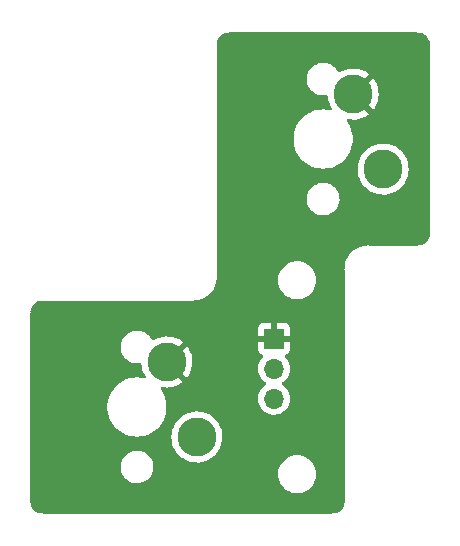
<source format=gbr>
%TF.GenerationSoftware,KiCad,Pcbnew,(6.0.7)*%
%TF.CreationDate,2023-01-05T19:36:13-06:00*%
%TF.ProjectId,OpenRectangle,4f70656e-5265-4637-9461-6e676c652e6b,rev?*%
%TF.SameCoordinates,Original*%
%TF.FileFunction,Copper,L1,Top*%
%TF.FilePolarity,Positive*%
%FSLAX46Y46*%
G04 Gerber Fmt 4.6, Leading zero omitted, Abs format (unit mm)*
G04 Created by KiCad (PCBNEW (6.0.7)) date 2023-01-05 19:36:13*
%MOMM*%
%LPD*%
G01*
G04 APERTURE LIST*
%TA.AperFunction,ComponentPad*%
%ADD10R,1.700000X1.700000*%
%TD*%
%TA.AperFunction,ComponentPad*%
%ADD11O,1.700000X1.700000*%
%TD*%
%TA.AperFunction,ComponentPad*%
%ADD12C,3.300000*%
%TD*%
G04 APERTURE END LIST*
D10*
%TO.P,J3,1,Pin_1*%
%TO.N,GND*%
X270847609Y-107917148D03*
D11*
%TO.P,J3,2,Pin_2*%
%TO.N,M1*%
X270847609Y-110457148D03*
%TO.P,J3,3,Pin_3*%
%TO.N,M2*%
X270847609Y-112997148D03*
%TD*%
D12*
%TO.P,SW15,1,1*%
%TO.N,GND*%
X261780743Y-109895648D03*
%TO.P,SW15,2,2*%
%TO.N,M2*%
X264320743Y-116245648D03*
%TD*%
%TO.P,SW14,1,1*%
%TO.N,GND*%
X277549743Y-87207648D03*
%TO.P,SW14,2,2*%
%TO.N,M1*%
X280089743Y-93557648D03*
%TD*%
%TA.AperFunction,Conductor*%
%TO.N,GND*%
G36*
X282999902Y-81999879D02*
G01*
X283014736Y-82002189D01*
X283014739Y-82002189D01*
X283023609Y-82003570D01*
X283036282Y-82001913D01*
X283063592Y-82001328D01*
X283192812Y-82012632D01*
X283214433Y-82016444D01*
X283361760Y-82055920D01*
X283382397Y-82063431D01*
X283520628Y-82127891D01*
X283539648Y-82138872D01*
X283664585Y-82226356D01*
X283681407Y-82240471D01*
X283789255Y-82348323D01*
X283803369Y-82365145D01*
X283890849Y-82490086D01*
X283901829Y-82509106D01*
X283966274Y-82647318D01*
X283966281Y-82647334D01*
X283973793Y-82667975D01*
X284013262Y-82815301D01*
X284017075Y-82836931D01*
X284027791Y-82959477D01*
X284027243Y-82975724D01*
X284027679Y-82975729D01*
X284027569Y-82984708D01*
X284026187Y-82993576D01*
X284027350Y-83002473D01*
X284027350Y-83002476D01*
X284030315Y-83025156D01*
X284031378Y-83041487D01*
X284031378Y-98985046D01*
X284029877Y-99004434D01*
X284027568Y-99019260D01*
X284027568Y-99019267D01*
X284026187Y-99028135D01*
X284027351Y-99037037D01*
X284027844Y-99040808D01*
X284028428Y-99068132D01*
X284017122Y-99197334D01*
X284013308Y-99218963D01*
X283973830Y-99366290D01*
X283966318Y-99386928D01*
X283901858Y-99525159D01*
X283890876Y-99544180D01*
X283803392Y-99669116D01*
X283789275Y-99685940D01*
X283681422Y-99793791D01*
X283664596Y-99807909D01*
X283539655Y-99895391D01*
X283520646Y-99906366D01*
X283382396Y-99970831D01*
X283361770Y-99978338D01*
X283214435Y-100017814D01*
X283192816Y-100021626D01*
X283070329Y-100032340D01*
X283054010Y-100031790D01*
X283054005Y-100032217D01*
X283045032Y-100032107D01*
X283036161Y-100030726D01*
X283027258Y-100031890D01*
X283027257Y-100031890D01*
X283004613Y-100034850D01*
X282988270Y-100035913D01*
X280228865Y-100035696D01*
X278891167Y-100035591D01*
X278870271Y-100033844D01*
X278850470Y-100030512D01*
X278845607Y-100030452D01*
X278845603Y-100030452D01*
X278844418Y-100030438D01*
X278837918Y-100030358D01*
X278833104Y-100031047D01*
X278833105Y-100031047D01*
X278831125Y-100031330D01*
X278821512Y-100032331D01*
X278577998Y-100048279D01*
X278577996Y-100048279D01*
X278573877Y-100048549D01*
X278487262Y-100065774D01*
X278318403Y-100099354D01*
X278318397Y-100099356D01*
X278314352Y-100100160D01*
X278242177Y-100124657D01*
X278067690Y-100183880D01*
X278067682Y-100183883D01*
X278063785Y-100185206D01*
X277946722Y-100242932D01*
X277830167Y-100300406D01*
X277830161Y-100300409D01*
X277826463Y-100302233D01*
X277606448Y-100449238D01*
X277407505Y-100623704D01*
X277233039Y-100822647D01*
X277086034Y-101042662D01*
X276969007Y-101279983D01*
X276883960Y-101530550D01*
X276832349Y-101790075D01*
X276832079Y-101794192D01*
X276832079Y-101794195D01*
X276817296Y-102019929D01*
X276815820Y-102032592D01*
X276814311Y-102041565D01*
X276814159Y-102054117D01*
X276814850Y-102058938D01*
X276818114Y-102081721D01*
X276819388Y-102099591D01*
X276819275Y-109994299D01*
X276819109Y-121675072D01*
X276817610Y-121694448D01*
X276813918Y-121718169D01*
X276815083Y-121727070D01*
X276815558Y-121730701D01*
X276816133Y-121758133D01*
X276804601Y-121888668D01*
X276800710Y-121910513D01*
X276760530Y-122058896D01*
X276752867Y-122079720D01*
X276687280Y-122218755D01*
X276676082Y-122237912D01*
X276587128Y-122363276D01*
X276572744Y-122380172D01*
X276463164Y-122488002D01*
X276446039Y-122502112D01*
X276343286Y-122572562D01*
X276327659Y-122583277D01*
X276319256Y-122589038D01*
X276299923Y-122599925D01*
X276159848Y-122663266D01*
X276138918Y-122670589D01*
X275989892Y-122708379D01*
X275967993Y-122711916D01*
X275916985Y-122715596D01*
X275843947Y-122720865D01*
X275827745Y-122720065D01*
X275827732Y-122720524D01*
X275818756Y-122720270D01*
X275809913Y-122718746D01*
X275773129Y-122722953D01*
X275758812Y-122723769D01*
X251277087Y-122723769D01*
X251257704Y-122722269D01*
X251233996Y-122718578D01*
X251225089Y-122719743D01*
X251221323Y-122720235D01*
X251194004Y-122720820D01*
X251064790Y-122709517D01*
X251043161Y-122705703D01*
X250895837Y-122666230D01*
X250875197Y-122658718D01*
X250736960Y-122594259D01*
X250717946Y-122583281D01*
X250592993Y-122495789D01*
X250576175Y-122481676D01*
X250468324Y-122373825D01*
X250454211Y-122357007D01*
X250366719Y-122232054D01*
X250355741Y-122213040D01*
X250291282Y-122074803D01*
X250283770Y-122054163D01*
X250244297Y-121906839D01*
X250240483Y-121885210D01*
X250229783Y-121762888D01*
X250230338Y-121746406D01*
X250229931Y-121746401D01*
X250230041Y-121737427D01*
X250231422Y-121728556D01*
X250227293Y-121696977D01*
X250226230Y-121680642D01*
X250226208Y-118720241D01*
X257853782Y-118720241D01*
X257862591Y-118954864D01*
X257863686Y-118960082D01*
X257888537Y-119078519D01*
X257910805Y-119184649D01*
X257997045Y-119403025D01*
X258118847Y-119603748D01*
X258272728Y-119781080D01*
X258276860Y-119784468D01*
X258450159Y-119926565D01*
X258450165Y-119926569D01*
X258454287Y-119929949D01*
X258458923Y-119932588D01*
X258458926Y-119932590D01*
X258570151Y-119995903D01*
X258658333Y-120046099D01*
X258879032Y-120126209D01*
X258884281Y-120127158D01*
X258884284Y-120127159D01*
X258965358Y-120141819D01*
X259110073Y-120167988D01*
X259114212Y-120168183D01*
X259114219Y-120168184D01*
X259133183Y-120169078D01*
X259133192Y-120169078D01*
X259134672Y-120169148D01*
X259299693Y-120169148D01*
X259381042Y-120162245D01*
X259469380Y-120154750D01*
X259469384Y-120154749D01*
X259474691Y-120154299D01*
X259479846Y-120152961D01*
X259479852Y-120152960D01*
X259696778Y-120096657D01*
X259696777Y-120096657D01*
X259701949Y-120095315D01*
X259706815Y-120093123D01*
X259706818Y-120093122D01*
X259911160Y-120001072D01*
X259911163Y-120001071D01*
X259916021Y-119998882D01*
X260110784Y-119867760D01*
X260280670Y-119705697D01*
X260420821Y-119517327D01*
X260481462Y-119398056D01*
X260484466Y-119392148D01*
X271194135Y-119392148D01*
X271214000Y-119644551D01*
X271215154Y-119649358D01*
X271215155Y-119649364D01*
X271229563Y-119709376D01*
X271273104Y-119890739D01*
X271274997Y-119895310D01*
X271274998Y-119895312D01*
X271356934Y-120093122D01*
X271369993Y-120124650D01*
X271502281Y-120340524D01*
X271666711Y-120533046D01*
X271859233Y-120697476D01*
X272075107Y-120829764D01*
X272079677Y-120831657D01*
X272079681Y-120831659D01*
X272304445Y-120924759D01*
X272309018Y-120926653D01*
X272393641Y-120946969D01*
X272550393Y-120984602D01*
X272550399Y-120984603D01*
X272555206Y-120985757D01*
X272655025Y-120993613D01*
X272741954Y-121000455D01*
X272741961Y-121000455D01*
X272744410Y-121000648D01*
X272870808Y-121000648D01*
X272873257Y-121000455D01*
X272873264Y-121000455D01*
X272960193Y-120993613D01*
X273060012Y-120985757D01*
X273064819Y-120984603D01*
X273064825Y-120984602D01*
X273221577Y-120946969D01*
X273306200Y-120926653D01*
X273310773Y-120924759D01*
X273535537Y-120831659D01*
X273535541Y-120831657D01*
X273540111Y-120829764D01*
X273755985Y-120697476D01*
X273948507Y-120533046D01*
X274112937Y-120340524D01*
X274245225Y-120124650D01*
X274258285Y-120093122D01*
X274340220Y-119895312D01*
X274340221Y-119895310D01*
X274342114Y-119890739D01*
X274385655Y-119709376D01*
X274400063Y-119649364D01*
X274400064Y-119649358D01*
X274401218Y-119644551D01*
X274421083Y-119392148D01*
X274401218Y-119139745D01*
X274342114Y-118893557D01*
X274340220Y-118888984D01*
X274247120Y-118664220D01*
X274247118Y-118664216D01*
X274245225Y-118659646D01*
X274112937Y-118443772D01*
X273948507Y-118251250D01*
X273755985Y-118086820D01*
X273540111Y-117954532D01*
X273535541Y-117952639D01*
X273535537Y-117952637D01*
X273310773Y-117859537D01*
X273310771Y-117859536D01*
X273306200Y-117857643D01*
X273221577Y-117837327D01*
X273064825Y-117799694D01*
X273064819Y-117799693D01*
X273060012Y-117798539D01*
X272954261Y-117790216D01*
X272873264Y-117783841D01*
X272873257Y-117783841D01*
X272870808Y-117783648D01*
X272744410Y-117783648D01*
X272741961Y-117783841D01*
X272741954Y-117783841D01*
X272660957Y-117790216D01*
X272555206Y-117798539D01*
X272550399Y-117799693D01*
X272550393Y-117799694D01*
X272393641Y-117837327D01*
X272309018Y-117857643D01*
X272304447Y-117859536D01*
X272304445Y-117859537D01*
X272079681Y-117952637D01*
X272079677Y-117952639D01*
X272075107Y-117954532D01*
X271859233Y-118086820D01*
X271666711Y-118251250D01*
X271502281Y-118443772D01*
X271369993Y-118659646D01*
X271368100Y-118664216D01*
X271368098Y-118664220D01*
X271274998Y-118888984D01*
X271273104Y-118893557D01*
X271214000Y-119139745D01*
X271194135Y-119392148D01*
X260484466Y-119392148D01*
X260524812Y-119312792D01*
X260524812Y-119312791D01*
X260527230Y-119308036D01*
X260596854Y-119083808D01*
X260613945Y-118954864D01*
X260627004Y-118856338D01*
X260627004Y-118856335D01*
X260627704Y-118851055D01*
X260618895Y-118616432D01*
X260601101Y-118531626D01*
X260571778Y-118391874D01*
X260571777Y-118391871D01*
X260570681Y-118386647D01*
X260484441Y-118168271D01*
X260412482Y-118049687D01*
X260365407Y-117972109D01*
X260365405Y-117972106D01*
X260362639Y-117967548D01*
X260208758Y-117790216D01*
X260198681Y-117781954D01*
X260031327Y-117644731D01*
X260031321Y-117644727D01*
X260027199Y-117641347D01*
X260022563Y-117638708D01*
X260022560Y-117638706D01*
X259827796Y-117527840D01*
X259823153Y-117525197D01*
X259602454Y-117445087D01*
X259597205Y-117444138D01*
X259597202Y-117444137D01*
X259516128Y-117429477D01*
X259371413Y-117403308D01*
X259367274Y-117403113D01*
X259367267Y-117403112D01*
X259348303Y-117402218D01*
X259348294Y-117402218D01*
X259346814Y-117402148D01*
X259181793Y-117402148D01*
X259108254Y-117408388D01*
X259012106Y-117416546D01*
X259012102Y-117416547D01*
X259006795Y-117416997D01*
X259001640Y-117418335D01*
X259001634Y-117418336D01*
X258823920Y-117464462D01*
X258779537Y-117475981D01*
X258774671Y-117478173D01*
X258774668Y-117478174D01*
X258570326Y-117570224D01*
X258570323Y-117570225D01*
X258565465Y-117572414D01*
X258370702Y-117703536D01*
X258200816Y-117865599D01*
X258060665Y-118053969D01*
X258058249Y-118058720D01*
X258058247Y-118058724D01*
X257956674Y-118258504D01*
X257954256Y-118263260D01*
X257884632Y-118487488D01*
X257883931Y-118492777D01*
X257861814Y-118659646D01*
X257853782Y-118720241D01*
X250226208Y-118720241D01*
X250226189Y-116222992D01*
X262157318Y-116222992D01*
X262174259Y-116516812D01*
X262175084Y-116521019D01*
X262175085Y-116521024D01*
X262201893Y-116657662D01*
X262230920Y-116805614D01*
X262326252Y-117084055D01*
X262458490Y-117346982D01*
X262460916Y-117350511D01*
X262460919Y-117350517D01*
X262548656Y-117478174D01*
X262625188Y-117589529D01*
X262823261Y-117807208D01*
X262826550Y-117809958D01*
X263045752Y-117993240D01*
X263045757Y-117993244D01*
X263049044Y-117995992D01*
X263114794Y-118037237D01*
X263294719Y-118150104D01*
X263294723Y-118150106D01*
X263298359Y-118152387D01*
X263371036Y-118185202D01*
X263562680Y-118271733D01*
X263562684Y-118271735D01*
X263566592Y-118273499D01*
X263570711Y-118274719D01*
X263844667Y-118355869D01*
X263844672Y-118355870D01*
X263848780Y-118357087D01*
X263853014Y-118357735D01*
X263853019Y-118357736D01*
X264135460Y-118400955D01*
X264135462Y-118400955D01*
X264139702Y-118401604D01*
X264289515Y-118403958D01*
X264429683Y-118406160D01*
X264429689Y-118406160D01*
X264433974Y-118406227D01*
X264726151Y-118370870D01*
X265010825Y-118296187D01*
X265282731Y-118183560D01*
X265536835Y-118035073D01*
X265768437Y-117853475D01*
X265816348Y-117804035D01*
X265970266Y-117645202D01*
X265973249Y-117642124D01*
X266147484Y-117404933D01*
X266287915Y-117146290D01*
X266391946Y-116870981D01*
X266457650Y-116584101D01*
X266463280Y-116521024D01*
X266483592Y-116293424D01*
X266483592Y-116293422D01*
X266483812Y-116290958D01*
X266484287Y-116245648D01*
X266482743Y-116222992D01*
X266464562Y-115956298D01*
X266464561Y-115956292D01*
X266464270Y-115952021D01*
X266404588Y-115663828D01*
X266306346Y-115386401D01*
X266171361Y-115124874D01*
X266155332Y-115102066D01*
X266004599Y-114887596D01*
X266004598Y-114887595D01*
X266002132Y-114884086D01*
X265801791Y-114668492D01*
X265779679Y-114650393D01*
X265577361Y-114484799D01*
X265574043Y-114482083D01*
X265323104Y-114328308D01*
X265304449Y-114320119D01*
X265057545Y-114211735D01*
X265057541Y-114211734D01*
X265053617Y-114210011D01*
X264770569Y-114129383D01*
X264766327Y-114128779D01*
X264766321Y-114128778D01*
X264483448Y-114088519D01*
X264479197Y-114087914D01*
X264324049Y-114087102D01*
X264189179Y-114086395D01*
X264189173Y-114086395D01*
X264184893Y-114086373D01*
X264180649Y-114086932D01*
X264180645Y-114086932D01*
X264052084Y-114103858D01*
X263893103Y-114124788D01*
X263888963Y-114125921D01*
X263888961Y-114125921D01*
X263693793Y-114179313D01*
X263609226Y-114202448D01*
X263605276Y-114204133D01*
X263342457Y-114316234D01*
X263342450Y-114316238D01*
X263338515Y-114317916D01*
X263186129Y-114409117D01*
X263089661Y-114466852D01*
X263089657Y-114466855D01*
X263085979Y-114469056D01*
X262856292Y-114653070D01*
X262853348Y-114656172D01*
X262853344Y-114656176D01*
X262656654Y-114863444D01*
X262653704Y-114866553D01*
X262481963Y-115105556D01*
X262344247Y-115365655D01*
X262243105Y-115642038D01*
X262180409Y-115929591D01*
X262157318Y-116222992D01*
X250226189Y-116222992D01*
X250226172Y-113863086D01*
X256738343Y-113863086D01*
X256777807Y-114175478D01*
X256810891Y-114304333D01*
X256853185Y-114469056D01*
X256856113Y-114480461D01*
X256857566Y-114484130D01*
X256857566Y-114484131D01*
X256880139Y-114541144D01*
X256972027Y-114773225D01*
X256973929Y-114776684D01*
X256973930Y-114776687D01*
X257031247Y-114880945D01*
X257123719Y-115049152D01*
X257308798Y-115303892D01*
X257524345Y-115533426D01*
X257766961Y-115734135D01*
X258032819Y-115902854D01*
X258036398Y-115904538D01*
X258036405Y-115904542D01*
X258314137Y-116035232D01*
X258314141Y-116035234D01*
X258317727Y-116036921D01*
X258617191Y-116134223D01*
X258926489Y-116193225D01*
X259020043Y-116199111D01*
X259160101Y-116207923D01*
X259160117Y-116207924D01*
X259162096Y-116208048D01*
X259319390Y-116208048D01*
X259321369Y-116207924D01*
X259321385Y-116207923D01*
X259461443Y-116199111D01*
X259554997Y-116193225D01*
X259864295Y-116134223D01*
X260163759Y-116036921D01*
X260167345Y-116035234D01*
X260167349Y-116035232D01*
X260445081Y-115904542D01*
X260445088Y-115904538D01*
X260448667Y-115902854D01*
X260714525Y-115734135D01*
X260957141Y-115533426D01*
X261172688Y-115303892D01*
X261357767Y-115049152D01*
X261450240Y-114880945D01*
X261507556Y-114776687D01*
X261507557Y-114776684D01*
X261509459Y-114773225D01*
X261601347Y-114541144D01*
X261623920Y-114484131D01*
X261623920Y-114484130D01*
X261625373Y-114480461D01*
X261628302Y-114469056D01*
X261670595Y-114304333D01*
X261703679Y-114175478D01*
X261743143Y-113863086D01*
X261743143Y-113548210D01*
X261703679Y-113235818D01*
X261633848Y-112963843D01*
X269484860Y-112963843D01*
X269485157Y-112968996D01*
X269485157Y-112968999D01*
X269490620Y-113063738D01*
X269497719Y-113186863D01*
X269498856Y-113191909D01*
X269498857Y-113191915D01*
X269518728Y-113280087D01*
X269546831Y-113404787D01*
X269630875Y-113611764D01*
X269747596Y-113802236D01*
X269893859Y-113971086D01*
X270065735Y-114113780D01*
X270258609Y-114226486D01*
X270467301Y-114306178D01*
X270472369Y-114307209D01*
X270472372Y-114307210D01*
X270567579Y-114326580D01*
X270686206Y-114350715D01*
X270691381Y-114350905D01*
X270691383Y-114350905D01*
X270904282Y-114358712D01*
X270904286Y-114358712D01*
X270909446Y-114358901D01*
X270914566Y-114358245D01*
X270914568Y-114358245D01*
X271125897Y-114331173D01*
X271125898Y-114331173D01*
X271131025Y-114330516D01*
X271138385Y-114328308D01*
X271340038Y-114267809D01*
X271340043Y-114267807D01*
X271344993Y-114266322D01*
X271545603Y-114168044D01*
X271727469Y-114038321D01*
X271885705Y-113880637D01*
X271901162Y-113859127D01*
X272013044Y-113703425D01*
X272016062Y-113699225D01*
X272115039Y-113498959D01*
X272179979Y-113285217D01*
X272209138Y-113063738D01*
X272210765Y-112997148D01*
X272192461Y-112774509D01*
X272138040Y-112557850D01*
X272048963Y-112352988D01*
X272009515Y-112292010D01*
X271930431Y-112169765D01*
X271930429Y-112169762D01*
X271927623Y-112165425D01*
X271777279Y-112000199D01*
X271773228Y-111997000D01*
X271773224Y-111996996D01*
X271606023Y-111864948D01*
X271606019Y-111864946D01*
X271601968Y-111861746D01*
X271560662Y-111838944D01*
X271510693Y-111788512D01*
X271495921Y-111719069D01*
X271521037Y-111652664D01*
X271548389Y-111626057D01*
X271615328Y-111578310D01*
X271727469Y-111498321D01*
X271885705Y-111340637D01*
X271930499Y-111278300D01*
X272013044Y-111163425D01*
X272016062Y-111159225D01*
X272066030Y-111058123D01*
X272112745Y-110963601D01*
X272112746Y-110963599D01*
X272115039Y-110958959D01*
X272179979Y-110745217D01*
X272209138Y-110523738D01*
X272210765Y-110457148D01*
X272192461Y-110234509D01*
X272138040Y-110017850D01*
X272048963Y-109812988D01*
X271927623Y-109625425D01*
X271924149Y-109621607D01*
X271924142Y-109621598D01*
X271780044Y-109463236D01*
X271748992Y-109399390D01*
X271757388Y-109328892D01*
X271802565Y-109274124D01*
X271829009Y-109260455D01*
X271935661Y-109220473D01*
X271951258Y-109211934D01*
X272053333Y-109135433D01*
X272065894Y-109122872D01*
X272142395Y-109020797D01*
X272150933Y-109005202D01*
X272196087Y-108884754D01*
X272199714Y-108869499D01*
X272205240Y-108818634D01*
X272205609Y-108811820D01*
X272205609Y-108189263D01*
X272201134Y-108174024D01*
X272199744Y-108172819D01*
X272192061Y-108171148D01*
X269507725Y-108171148D01*
X269492486Y-108175623D01*
X269491281Y-108177013D01*
X269489610Y-108184696D01*
X269489610Y-108811817D01*
X269489980Y-108818638D01*
X269495504Y-108869500D01*
X269499130Y-108884752D01*
X269544285Y-109005202D01*
X269552823Y-109020797D01*
X269629324Y-109122872D01*
X269641885Y-109135433D01*
X269743960Y-109211934D01*
X269759555Y-109220472D01*
X269868436Y-109261290D01*
X269925200Y-109303932D01*
X269949900Y-109370493D01*
X269934692Y-109439842D01*
X269915300Y-109466323D01*
X269839449Y-109545697D01*
X269788238Y-109599286D01*
X269662352Y-109783828D01*
X269568297Y-109986453D01*
X269508598Y-110201718D01*
X269484860Y-110423843D01*
X269485157Y-110428996D01*
X269485157Y-110428999D01*
X269490620Y-110523738D01*
X269497719Y-110646863D01*
X269498856Y-110651909D01*
X269498857Y-110651915D01*
X269516411Y-110729805D01*
X269546831Y-110864787D01*
X269630875Y-111071764D01*
X269633574Y-111076168D01*
X269721390Y-111219471D01*
X269747596Y-111262236D01*
X269893859Y-111431086D01*
X270065735Y-111573780D01*
X270113670Y-111601791D01*
X270139054Y-111616624D01*
X270187778Y-111668262D01*
X270200849Y-111738045D01*
X270174118Y-111803817D01*
X270133664Y-111837175D01*
X270121216Y-111843655D01*
X270117083Y-111846758D01*
X270117080Y-111846760D01*
X269946709Y-111974678D01*
X269942574Y-111977783D01*
X269788238Y-112139286D01*
X269662352Y-112323828D01*
X269568297Y-112526453D01*
X269508598Y-112741718D01*
X269484860Y-112963843D01*
X261633848Y-112963843D01*
X261625373Y-112930835D01*
X261509459Y-112638071D01*
X261448097Y-112526453D01*
X261359676Y-112365616D01*
X261359674Y-112365613D01*
X261357767Y-112362144D01*
X261250732Y-112214823D01*
X261226875Y-112147957D01*
X261242955Y-112078806D01*
X261293869Y-112029326D01*
X261363451Y-112015226D01*
X261371728Y-112016214D01*
X261595502Y-112050456D01*
X261604036Y-112051172D01*
X261889657Y-112055660D01*
X261898208Y-112055211D01*
X262181799Y-112020893D01*
X262190200Y-112019291D01*
X262466523Y-111946799D01*
X262474625Y-111944072D01*
X262738548Y-111834751D01*
X262746210Y-111830948D01*
X262992846Y-111686825D01*
X262999933Y-111682009D01*
X263102240Y-111601791D01*
X263110711Y-111589931D01*
X263104195Y-111578310D01*
X261510628Y-109984743D01*
X261476602Y-109922431D01*
X261478437Y-109896780D01*
X262145151Y-109896780D01*
X262145282Y-109898613D01*
X262149533Y-109905228D01*
X263463776Y-111219471D01*
X263475985Y-111226138D01*
X263487485Y-111217448D01*
X263604520Y-111058123D01*
X263609107Y-111050895D01*
X263745410Y-110799857D01*
X263748978Y-110792063D01*
X263849948Y-110524854D01*
X263852425Y-110516648D01*
X263916197Y-110238206D01*
X263917537Y-110229745D01*
X263943092Y-109943412D01*
X263943338Y-109938473D01*
X263943760Y-109898133D01*
X263943617Y-109893167D01*
X263924065Y-109606366D01*
X263922904Y-109597892D01*
X263864974Y-109318160D01*
X263862675Y-109309925D01*
X263767317Y-109040641D01*
X263763920Y-109032791D01*
X263632898Y-108778940D01*
X263628470Y-108771628D01*
X263488444Y-108572394D01*
X263477923Y-108564014D01*
X263464535Y-108571066D01*
X262152765Y-109882836D01*
X262145151Y-109896780D01*
X261478437Y-109896780D01*
X261481667Y-109851616D01*
X261510628Y-109806553D01*
X263103942Y-108213239D01*
X263111133Y-108200070D01*
X263103811Y-108189833D01*
X263037071Y-108135208D01*
X263030099Y-108130253D01*
X262786534Y-107980996D01*
X262778936Y-107977024D01*
X262517376Y-107862206D01*
X262509322Y-107859307D01*
X262234595Y-107781050D01*
X262226217Y-107779268D01*
X261943411Y-107739019D01*
X261934864Y-107738392D01*
X261649210Y-107736895D01*
X261640676Y-107737432D01*
X261357458Y-107774719D01*
X261349060Y-107776412D01*
X261073529Y-107851789D01*
X261065442Y-107854605D01*
X260802695Y-107966677D01*
X260795055Y-107970570D01*
X260657728Y-108052758D01*
X260589004Y-108070578D01*
X260521556Y-108048414D01*
X260485960Y-108007349D01*
X260484441Y-108008271D01*
X260365407Y-107812109D01*
X260365405Y-107812106D01*
X260362639Y-107807548D01*
X260221616Y-107645033D01*
X269489609Y-107645033D01*
X269494084Y-107660272D01*
X269495474Y-107661477D01*
X269503157Y-107663148D01*
X270575494Y-107663148D01*
X270590733Y-107658673D01*
X270591938Y-107657283D01*
X270593609Y-107649600D01*
X270593609Y-107645033D01*
X271101609Y-107645033D01*
X271106084Y-107660272D01*
X271107474Y-107661477D01*
X271115157Y-107663148D01*
X272187493Y-107663148D01*
X272202732Y-107658673D01*
X272203937Y-107657283D01*
X272205608Y-107649600D01*
X272205608Y-107022479D01*
X272205238Y-107015658D01*
X272199714Y-106964796D01*
X272196088Y-106949544D01*
X272150933Y-106829094D01*
X272142395Y-106813499D01*
X272065894Y-106711424D01*
X272053333Y-106698863D01*
X271951258Y-106622362D01*
X271935663Y-106613824D01*
X271815215Y-106568670D01*
X271799960Y-106565043D01*
X271749095Y-106559517D01*
X271742281Y-106559148D01*
X271119724Y-106559148D01*
X271104485Y-106563623D01*
X271103280Y-106565013D01*
X271101609Y-106572696D01*
X271101609Y-107645033D01*
X270593609Y-107645033D01*
X270593609Y-106577264D01*
X270589134Y-106562025D01*
X270587744Y-106560820D01*
X270580061Y-106559149D01*
X269952940Y-106559149D01*
X269946119Y-106559519D01*
X269895257Y-106565043D01*
X269880005Y-106568669D01*
X269759555Y-106613824D01*
X269743960Y-106622362D01*
X269641885Y-106698863D01*
X269629324Y-106711424D01*
X269552823Y-106813499D01*
X269544285Y-106829094D01*
X269499131Y-106949542D01*
X269495504Y-106964797D01*
X269489978Y-107015662D01*
X269489609Y-107022476D01*
X269489609Y-107645033D01*
X260221616Y-107645033D01*
X260208758Y-107630216D01*
X260198681Y-107621954D01*
X260031327Y-107484731D01*
X260031321Y-107484727D01*
X260027199Y-107481347D01*
X260022563Y-107478708D01*
X260022560Y-107478706D01*
X259827796Y-107367840D01*
X259823153Y-107365197D01*
X259602454Y-107285087D01*
X259597205Y-107284138D01*
X259597202Y-107284137D01*
X259516128Y-107269477D01*
X259371413Y-107243308D01*
X259367274Y-107243113D01*
X259367267Y-107243112D01*
X259348303Y-107242218D01*
X259348294Y-107242218D01*
X259346814Y-107242148D01*
X259181793Y-107242148D01*
X259100444Y-107249051D01*
X259012106Y-107256546D01*
X259012102Y-107256547D01*
X259006795Y-107256997D01*
X259001640Y-107258335D01*
X259001634Y-107258336D01*
X258823920Y-107304462D01*
X258779537Y-107315981D01*
X258774671Y-107318173D01*
X258774668Y-107318174D01*
X258570326Y-107410224D01*
X258570323Y-107410225D01*
X258565465Y-107412414D01*
X258370702Y-107543536D01*
X258200816Y-107705599D01*
X258060665Y-107893969D01*
X258058249Y-107898720D01*
X258058247Y-107898724D01*
X257970872Y-108070578D01*
X257954256Y-108103260D01*
X257884632Y-108327488D01*
X257853782Y-108560241D01*
X257862591Y-108794864D01*
X257867579Y-108818638D01*
X257906725Y-109005202D01*
X257910805Y-109024649D01*
X257997045Y-109243025D01*
X257999814Y-109247588D01*
X258049151Y-109328892D01*
X258118847Y-109443748D01*
X258272728Y-109621080D01*
X258276860Y-109624468D01*
X258450159Y-109766565D01*
X258450165Y-109766569D01*
X258454287Y-109769949D01*
X258458923Y-109772588D01*
X258458926Y-109772590D01*
X258538240Y-109817738D01*
X258658333Y-109886099D01*
X258879032Y-109966209D01*
X258884281Y-109967158D01*
X258884284Y-109967159D01*
X258965019Y-109981758D01*
X259110073Y-110007988D01*
X259114212Y-110008183D01*
X259114219Y-110008184D01*
X259133183Y-110009078D01*
X259133192Y-110009078D01*
X259134672Y-110009148D01*
X259299693Y-110009148D01*
X259381042Y-110002245D01*
X259469380Y-109994750D01*
X259469384Y-109994749D01*
X259474691Y-109994299D01*
X259479850Y-109992960D01*
X259484412Y-109992180D01*
X259554929Y-110000417D01*
X259609798Y-110045472D01*
X259631434Y-110109126D01*
X259634509Y-110162461D01*
X259635582Y-110170961D01*
X259690580Y-110451284D01*
X259692791Y-110459536D01*
X259785324Y-110729805D01*
X259788639Y-110737690D01*
X259916994Y-110992895D01*
X259921350Y-111000261D01*
X259975334Y-111078807D01*
X259997434Y-111146276D01*
X259979549Y-111214983D01*
X259927357Y-111263113D01*
X259857429Y-111275387D01*
X259847884Y-111273942D01*
X259558897Y-111218815D01*
X259554997Y-111218071D01*
X259461443Y-111212185D01*
X259321385Y-111203373D01*
X259321369Y-111203372D01*
X259319390Y-111203248D01*
X259162096Y-111203248D01*
X259160117Y-111203372D01*
X259160101Y-111203373D01*
X259020043Y-111212185D01*
X258926489Y-111218071D01*
X258617191Y-111277073D01*
X258317727Y-111374375D01*
X258314141Y-111376062D01*
X258314137Y-111376064D01*
X258036405Y-111506754D01*
X258036398Y-111506758D01*
X258032819Y-111508442D01*
X257766961Y-111677161D01*
X257524345Y-111877870D01*
X257308798Y-112107404D01*
X257306471Y-112110606D01*
X257306470Y-112110608D01*
X257269419Y-112161605D01*
X257123719Y-112362144D01*
X257121812Y-112365613D01*
X257121810Y-112365616D01*
X257033389Y-112526453D01*
X256972027Y-112638071D01*
X256856113Y-112930835D01*
X256777807Y-113235818D01*
X256738343Y-113548210D01*
X256738343Y-113863086D01*
X250226172Y-113863086D01*
X250226158Y-112055211D01*
X250226110Y-105744093D01*
X250227611Y-105724701D01*
X250229918Y-105709889D01*
X250231300Y-105701017D01*
X250229643Y-105688339D01*
X250229060Y-105661025D01*
X250240372Y-105531809D01*
X250244187Y-105510181D01*
X250283670Y-105362852D01*
X250291182Y-105342215D01*
X250355647Y-105203979D01*
X250366628Y-105184960D01*
X250454118Y-105060015D01*
X250468234Y-105043192D01*
X250576090Y-104935335D01*
X250592914Y-104921218D01*
X250717858Y-104833729D01*
X250736866Y-104822754D01*
X250875121Y-104758279D01*
X250895751Y-104750771D01*
X251043080Y-104711288D01*
X251064708Y-104707473D01*
X251187025Y-104696765D01*
X251203512Y-104697317D01*
X251203517Y-104696912D01*
X251212491Y-104697021D01*
X251221364Y-104698402D01*
X251252905Y-104694276D01*
X251269246Y-104693211D01*
X256812272Y-104693289D01*
X263922127Y-104693388D01*
X263943023Y-104695133D01*
X263958035Y-104697658D01*
X263958039Y-104697658D01*
X263962835Y-104698465D01*
X263967699Y-104698524D01*
X263967700Y-104698524D01*
X263969216Y-104698542D01*
X263975387Y-104698617D01*
X263982444Y-104697606D01*
X263992066Y-104696602D01*
X264109764Y-104688883D01*
X264235298Y-104680651D01*
X264235303Y-104680650D01*
X264239410Y-104680381D01*
X264243448Y-104679578D01*
X264243453Y-104679577D01*
X264494861Y-104629561D01*
X264494868Y-104629559D01*
X264498915Y-104628754D01*
X264640620Y-104580648D01*
X264745559Y-104545023D01*
X264749462Y-104543698D01*
X264912472Y-104463308D01*
X264983064Y-104428495D01*
X264983068Y-104428493D01*
X264986764Y-104426670D01*
X265012066Y-104409764D01*
X265203333Y-104281961D01*
X265206762Y-104279670D01*
X265405693Y-104105214D01*
X265580152Y-103906287D01*
X265727155Y-103686291D01*
X265844187Y-103448990D01*
X265929246Y-103198445D01*
X265974270Y-102972148D01*
X271194135Y-102972148D01*
X271214000Y-103224551D01*
X271273104Y-103470739D01*
X271274997Y-103475310D01*
X271274998Y-103475312D01*
X271363593Y-103689198D01*
X271369993Y-103704650D01*
X271502281Y-103920524D01*
X271666711Y-104113046D01*
X271859233Y-104277476D01*
X272075107Y-104409764D01*
X272079677Y-104411657D01*
X272079681Y-104411659D01*
X272304445Y-104504759D01*
X272309018Y-104506653D01*
X272393641Y-104526969D01*
X272550393Y-104564602D01*
X272550399Y-104564603D01*
X272555206Y-104565757D01*
X272655025Y-104573613D01*
X272741954Y-104580455D01*
X272741961Y-104580455D01*
X272744410Y-104580648D01*
X272870808Y-104580648D01*
X272873257Y-104580455D01*
X272873264Y-104580455D01*
X272960193Y-104573613D01*
X273060012Y-104565757D01*
X273064819Y-104564603D01*
X273064825Y-104564602D01*
X273221577Y-104526969D01*
X273306200Y-104506653D01*
X273310773Y-104504759D01*
X273535537Y-104411659D01*
X273535541Y-104411657D01*
X273540111Y-104409764D01*
X273755985Y-104277476D01*
X273948507Y-104113046D01*
X274112937Y-103920524D01*
X274245225Y-103704650D01*
X274251626Y-103689198D01*
X274340220Y-103475312D01*
X274340221Y-103475310D01*
X274342114Y-103470739D01*
X274401218Y-103224551D01*
X274421083Y-102972148D01*
X274401218Y-102719745D01*
X274397134Y-102702731D01*
X274343269Y-102478369D01*
X274342114Y-102473557D01*
X274245225Y-102239646D01*
X274112937Y-102023772D01*
X273948507Y-101831250D01*
X273755985Y-101666820D01*
X273540111Y-101534532D01*
X273535541Y-101532639D01*
X273535537Y-101532637D01*
X273310773Y-101439537D01*
X273310771Y-101439536D01*
X273306200Y-101437643D01*
X273192345Y-101410309D01*
X273064825Y-101379694D01*
X273064819Y-101379693D01*
X273060012Y-101378539D01*
X272960193Y-101370683D01*
X272873264Y-101363841D01*
X272873257Y-101363841D01*
X272870808Y-101363648D01*
X272744410Y-101363648D01*
X272741961Y-101363841D01*
X272741954Y-101363841D01*
X272655025Y-101370683D01*
X272555206Y-101378539D01*
X272550399Y-101379693D01*
X272550393Y-101379694D01*
X272422873Y-101410309D01*
X272309018Y-101437643D01*
X272304447Y-101439536D01*
X272304445Y-101439537D01*
X272079681Y-101532637D01*
X272079677Y-101532639D01*
X272075107Y-101534532D01*
X271859233Y-101666820D01*
X271666711Y-101831250D01*
X271502281Y-102023772D01*
X271369993Y-102239646D01*
X271273104Y-102473557D01*
X271271949Y-102478369D01*
X271218085Y-102702731D01*
X271214000Y-102719745D01*
X271194135Y-102972148D01*
X265974270Y-102972148D01*
X265980877Y-102938941D01*
X265986793Y-102848766D01*
X265995955Y-102709094D01*
X265997431Y-102696439D01*
X265998133Y-102692265D01*
X265998940Y-102687470D01*
X265999094Y-102674918D01*
X265998406Y-102670112D01*
X265998405Y-102670096D01*
X265995137Y-102647269D01*
X265993865Y-102629414D01*
X265993856Y-96032241D01*
X273622782Y-96032241D01*
X273631591Y-96266864D01*
X273632686Y-96272082D01*
X273657537Y-96390519D01*
X273679805Y-96496649D01*
X273766045Y-96715025D01*
X273887847Y-96915748D01*
X274041728Y-97093080D01*
X274045860Y-97096468D01*
X274219159Y-97238565D01*
X274219165Y-97238569D01*
X274223287Y-97241949D01*
X274227923Y-97244588D01*
X274227926Y-97244590D01*
X274339151Y-97307903D01*
X274427333Y-97358099D01*
X274648032Y-97438209D01*
X274653281Y-97439158D01*
X274653284Y-97439159D01*
X274734358Y-97453819D01*
X274879073Y-97479988D01*
X274883212Y-97480183D01*
X274883219Y-97480184D01*
X274902183Y-97481078D01*
X274902192Y-97481078D01*
X274903672Y-97481148D01*
X275068693Y-97481148D01*
X275150042Y-97474245D01*
X275238380Y-97466750D01*
X275238384Y-97466749D01*
X275243691Y-97466299D01*
X275248846Y-97464961D01*
X275248852Y-97464960D01*
X275465778Y-97408657D01*
X275465777Y-97408657D01*
X275470949Y-97407315D01*
X275475815Y-97405123D01*
X275475818Y-97405122D01*
X275680160Y-97313072D01*
X275680163Y-97313071D01*
X275685021Y-97310882D01*
X275879784Y-97179760D01*
X276049670Y-97017697D01*
X276189821Y-96829327D01*
X276250462Y-96710056D01*
X276293812Y-96624792D01*
X276293812Y-96624791D01*
X276296230Y-96620036D01*
X276365854Y-96395808D01*
X276382945Y-96266864D01*
X276396004Y-96168338D01*
X276396004Y-96168335D01*
X276396704Y-96163055D01*
X276387895Y-95928432D01*
X276370101Y-95843626D01*
X276340778Y-95703874D01*
X276340777Y-95703871D01*
X276339681Y-95698647D01*
X276253441Y-95480271D01*
X276181482Y-95361687D01*
X276134407Y-95284109D01*
X276134405Y-95284106D01*
X276131639Y-95279548D01*
X275977758Y-95102216D01*
X275967681Y-95093954D01*
X275800327Y-94956731D01*
X275800321Y-94956727D01*
X275796199Y-94953347D01*
X275791563Y-94950708D01*
X275791560Y-94950706D01*
X275596796Y-94839840D01*
X275592153Y-94837197D01*
X275371454Y-94757087D01*
X275366205Y-94756138D01*
X275366202Y-94756137D01*
X275285128Y-94741477D01*
X275140413Y-94715308D01*
X275136274Y-94715113D01*
X275136267Y-94715112D01*
X275117303Y-94714218D01*
X275117294Y-94714218D01*
X275115814Y-94714148D01*
X274950793Y-94714148D01*
X274877254Y-94720388D01*
X274781106Y-94728546D01*
X274781102Y-94728547D01*
X274775795Y-94728997D01*
X274770640Y-94730335D01*
X274770634Y-94730336D01*
X274592920Y-94776462D01*
X274548537Y-94787981D01*
X274543671Y-94790173D01*
X274543668Y-94790174D01*
X274339326Y-94882224D01*
X274339323Y-94882225D01*
X274334465Y-94884414D01*
X274139702Y-95015536D01*
X273969816Y-95177599D01*
X273829665Y-95365969D01*
X273827249Y-95370720D01*
X273827247Y-95370724D01*
X273762943Y-95497202D01*
X273723256Y-95575260D01*
X273653632Y-95799488D01*
X273652931Y-95804777D01*
X273635835Y-95933764D01*
X273622782Y-96032241D01*
X265993856Y-96032241D01*
X265993853Y-93534992D01*
X277926318Y-93534992D01*
X277943259Y-93828812D01*
X277944084Y-93833019D01*
X277944085Y-93833024D01*
X277970893Y-93969662D01*
X277999920Y-94117614D01*
X278095252Y-94396055D01*
X278227490Y-94658982D01*
X278229916Y-94662511D01*
X278229919Y-94662517D01*
X278317656Y-94790174D01*
X278394188Y-94901529D01*
X278592261Y-95119208D01*
X278595550Y-95121958D01*
X278814752Y-95305240D01*
X278814757Y-95305244D01*
X278818044Y-95307992D01*
X278883794Y-95349237D01*
X279063719Y-95462104D01*
X279063723Y-95462106D01*
X279067359Y-95464387D01*
X279140036Y-95497202D01*
X279331680Y-95583733D01*
X279331684Y-95583735D01*
X279335592Y-95585499D01*
X279339711Y-95586719D01*
X279613667Y-95667869D01*
X279613672Y-95667870D01*
X279617780Y-95669087D01*
X279622014Y-95669735D01*
X279622019Y-95669736D01*
X279904460Y-95712955D01*
X279904462Y-95712955D01*
X279908702Y-95713604D01*
X280058515Y-95715958D01*
X280198683Y-95718160D01*
X280198689Y-95718160D01*
X280202974Y-95718227D01*
X280495151Y-95682870D01*
X280779825Y-95608187D01*
X281051731Y-95495560D01*
X281305835Y-95347073D01*
X281537437Y-95165475D01*
X281585348Y-95116035D01*
X281739266Y-94957202D01*
X281742249Y-94954124D01*
X281916484Y-94716933D01*
X282056915Y-94458290D01*
X282160946Y-94182981D01*
X282226650Y-93896101D01*
X282232280Y-93833024D01*
X282252592Y-93605424D01*
X282252592Y-93605422D01*
X282252812Y-93602958D01*
X282253287Y-93557648D01*
X282251743Y-93534992D01*
X282233562Y-93268298D01*
X282233561Y-93268292D01*
X282233270Y-93264021D01*
X282173588Y-92975828D01*
X282075346Y-92698401D01*
X281940361Y-92436874D01*
X281924332Y-92414066D01*
X281773599Y-92199596D01*
X281773598Y-92199595D01*
X281771132Y-92196086D01*
X281570791Y-91980492D01*
X281548679Y-91962393D01*
X281346361Y-91796799D01*
X281343043Y-91794083D01*
X281092104Y-91640308D01*
X281073449Y-91632119D01*
X280826545Y-91523735D01*
X280826541Y-91523734D01*
X280822617Y-91522011D01*
X280539569Y-91441383D01*
X280535327Y-91440779D01*
X280535321Y-91440778D01*
X280252448Y-91400519D01*
X280248197Y-91399914D01*
X280093049Y-91399102D01*
X279958179Y-91398395D01*
X279958173Y-91398395D01*
X279953893Y-91398373D01*
X279949649Y-91398932D01*
X279949645Y-91398932D01*
X279821084Y-91415858D01*
X279662103Y-91436788D01*
X279657963Y-91437921D01*
X279657961Y-91437921D01*
X279462793Y-91491313D01*
X279378226Y-91514448D01*
X279374276Y-91516133D01*
X279111457Y-91628234D01*
X279111450Y-91628238D01*
X279107515Y-91629916D01*
X278955129Y-91721117D01*
X278858661Y-91778852D01*
X278858657Y-91778855D01*
X278854979Y-91781056D01*
X278625292Y-91965070D01*
X278622348Y-91968172D01*
X278622344Y-91968176D01*
X278425654Y-92175444D01*
X278422704Y-92178553D01*
X278250963Y-92417556D01*
X278113247Y-92677655D01*
X278012105Y-92954038D01*
X277949409Y-93241591D01*
X277926318Y-93534992D01*
X265993853Y-93534992D01*
X265993850Y-91175086D01*
X272507343Y-91175086D01*
X272546807Y-91487478D01*
X272625113Y-91792461D01*
X272626566Y-91796130D01*
X272626566Y-91796131D01*
X272649139Y-91853144D01*
X272741027Y-92085225D01*
X272742929Y-92088684D01*
X272742930Y-92088687D01*
X272800247Y-92192945D01*
X272892719Y-92361152D01*
X273077798Y-92615892D01*
X273293345Y-92845426D01*
X273535961Y-93046135D01*
X273801819Y-93214854D01*
X273805398Y-93216538D01*
X273805405Y-93216542D01*
X274083137Y-93347232D01*
X274083141Y-93347234D01*
X274086727Y-93348921D01*
X274386191Y-93446223D01*
X274695489Y-93505225D01*
X274789043Y-93511111D01*
X274929101Y-93519923D01*
X274929117Y-93519924D01*
X274931096Y-93520048D01*
X275088390Y-93520048D01*
X275090369Y-93519924D01*
X275090385Y-93519923D01*
X275230443Y-93511111D01*
X275323997Y-93505225D01*
X275633295Y-93446223D01*
X275932759Y-93348921D01*
X275936345Y-93347234D01*
X275936349Y-93347232D01*
X276214081Y-93216542D01*
X276214088Y-93216538D01*
X276217667Y-93214854D01*
X276483525Y-93046135D01*
X276726141Y-92845426D01*
X276941688Y-92615892D01*
X277126767Y-92361152D01*
X277219240Y-92192945D01*
X277276556Y-92088687D01*
X277276557Y-92088684D01*
X277278459Y-92085225D01*
X277370347Y-91853144D01*
X277392920Y-91796131D01*
X277392920Y-91796130D01*
X277394373Y-91792461D01*
X277472679Y-91487478D01*
X277512143Y-91175086D01*
X277512143Y-90860210D01*
X277472679Y-90547818D01*
X277394373Y-90242835D01*
X277278459Y-89950071D01*
X277126767Y-89674144D01*
X277019732Y-89526823D01*
X276995875Y-89459957D01*
X277011955Y-89390806D01*
X277062869Y-89341326D01*
X277132451Y-89327226D01*
X277140728Y-89328214D01*
X277364502Y-89362456D01*
X277373036Y-89363172D01*
X277658657Y-89367660D01*
X277667208Y-89367211D01*
X277950799Y-89332893D01*
X277959200Y-89331291D01*
X278235523Y-89258799D01*
X278243625Y-89256072D01*
X278507548Y-89146751D01*
X278515210Y-89142948D01*
X278761846Y-88998825D01*
X278768933Y-88994009D01*
X278871240Y-88913791D01*
X278879711Y-88901931D01*
X278873195Y-88890310D01*
X277279628Y-87296743D01*
X277245602Y-87234431D01*
X277247437Y-87208780D01*
X277914151Y-87208780D01*
X277914282Y-87210613D01*
X277918533Y-87217228D01*
X279232776Y-88531471D01*
X279244985Y-88538138D01*
X279256485Y-88529448D01*
X279373520Y-88370123D01*
X279378107Y-88362895D01*
X279514410Y-88111857D01*
X279517978Y-88104063D01*
X279618948Y-87836854D01*
X279621425Y-87828648D01*
X279685197Y-87550206D01*
X279686537Y-87541745D01*
X279712092Y-87255412D01*
X279712338Y-87250473D01*
X279712760Y-87210133D01*
X279712617Y-87205167D01*
X279693065Y-86918366D01*
X279691904Y-86909892D01*
X279633974Y-86630160D01*
X279631675Y-86621925D01*
X279536317Y-86352641D01*
X279532920Y-86344791D01*
X279401898Y-86090940D01*
X279397470Y-86083628D01*
X279257444Y-85884394D01*
X279246923Y-85876014D01*
X279233535Y-85883066D01*
X277921765Y-87194836D01*
X277914151Y-87208780D01*
X277247437Y-87208780D01*
X277250667Y-87163616D01*
X277279628Y-87118553D01*
X278872942Y-85525239D01*
X278880133Y-85512070D01*
X278872811Y-85501833D01*
X278806071Y-85447208D01*
X278799099Y-85442253D01*
X278555534Y-85292996D01*
X278547936Y-85289024D01*
X278286376Y-85174206D01*
X278278322Y-85171307D01*
X278003595Y-85093050D01*
X277995217Y-85091268D01*
X277712411Y-85051019D01*
X277703864Y-85050392D01*
X277418210Y-85048895D01*
X277409676Y-85049432D01*
X277126458Y-85086719D01*
X277118060Y-85088412D01*
X276842529Y-85163789D01*
X276834442Y-85166605D01*
X276571695Y-85278677D01*
X276564055Y-85282570D01*
X276426728Y-85364758D01*
X276358004Y-85382578D01*
X276290556Y-85360414D01*
X276254960Y-85319349D01*
X276253441Y-85320271D01*
X276134407Y-85124109D01*
X276134405Y-85124106D01*
X276131639Y-85119548D01*
X275977758Y-84942216D01*
X275967681Y-84933954D01*
X275800327Y-84796731D01*
X275800321Y-84796727D01*
X275796199Y-84793347D01*
X275791563Y-84790708D01*
X275791560Y-84790706D01*
X275596796Y-84679840D01*
X275592153Y-84677197D01*
X275371454Y-84597087D01*
X275366205Y-84596138D01*
X275366202Y-84596137D01*
X275285128Y-84581477D01*
X275140413Y-84555308D01*
X275136274Y-84555113D01*
X275136267Y-84555112D01*
X275117303Y-84554218D01*
X275117294Y-84554218D01*
X275115814Y-84554148D01*
X274950793Y-84554148D01*
X274869444Y-84561051D01*
X274781106Y-84568546D01*
X274781102Y-84568547D01*
X274775795Y-84568997D01*
X274770640Y-84570335D01*
X274770634Y-84570336D01*
X274592920Y-84616462D01*
X274548537Y-84627981D01*
X274543671Y-84630173D01*
X274543668Y-84630174D01*
X274339326Y-84722224D01*
X274339323Y-84722225D01*
X274334465Y-84724414D01*
X274139702Y-84855536D01*
X273969816Y-85017599D01*
X273829665Y-85205969D01*
X273827249Y-85210720D01*
X273827247Y-85210724D01*
X273739872Y-85382578D01*
X273723256Y-85415260D01*
X273653632Y-85639488D01*
X273622782Y-85872241D01*
X273631591Y-86106864D01*
X273679805Y-86336649D01*
X273766045Y-86555025D01*
X273887847Y-86755748D01*
X274041728Y-86933080D01*
X274045860Y-86936468D01*
X274219159Y-87078565D01*
X274219165Y-87078569D01*
X274223287Y-87081949D01*
X274227923Y-87084588D01*
X274227926Y-87084590D01*
X274287591Y-87118553D01*
X274427333Y-87198099D01*
X274648032Y-87278209D01*
X274653281Y-87279158D01*
X274653284Y-87279159D01*
X274734358Y-87293819D01*
X274879073Y-87319988D01*
X274883212Y-87320183D01*
X274883219Y-87320184D01*
X274902183Y-87321078D01*
X274902192Y-87321078D01*
X274903672Y-87321148D01*
X275068693Y-87321148D01*
X275150042Y-87314245D01*
X275238380Y-87306750D01*
X275238384Y-87306749D01*
X275243691Y-87306299D01*
X275248850Y-87304960D01*
X275253412Y-87304180D01*
X275323929Y-87312417D01*
X275378798Y-87357472D01*
X275400434Y-87421126D01*
X275403509Y-87474461D01*
X275404582Y-87482961D01*
X275459580Y-87763284D01*
X275461791Y-87771536D01*
X275554324Y-88041805D01*
X275557639Y-88049690D01*
X275685994Y-88304895D01*
X275690350Y-88312261D01*
X275744334Y-88390807D01*
X275766434Y-88458276D01*
X275748549Y-88526983D01*
X275696357Y-88575113D01*
X275626429Y-88587387D01*
X275616884Y-88585942D01*
X275327897Y-88530815D01*
X275323997Y-88530071D01*
X275230443Y-88524185D01*
X275090385Y-88515373D01*
X275090369Y-88515372D01*
X275088390Y-88515248D01*
X274931096Y-88515248D01*
X274929117Y-88515372D01*
X274929101Y-88515373D01*
X274789043Y-88524185D01*
X274695489Y-88530071D01*
X274386191Y-88589073D01*
X274086727Y-88686375D01*
X274083141Y-88688062D01*
X274083137Y-88688064D01*
X273805405Y-88818754D01*
X273805398Y-88818758D01*
X273801819Y-88820442D01*
X273535961Y-88989161D01*
X273293345Y-89189870D01*
X273077798Y-89419404D01*
X273075471Y-89422606D01*
X273075470Y-89422608D01*
X273005392Y-89519063D01*
X272892719Y-89674144D01*
X272741027Y-89950071D01*
X272625113Y-90242835D01*
X272546807Y-90547818D01*
X272507343Y-90860210D01*
X272507343Y-91175086D01*
X265993850Y-91175086D01*
X265993840Y-83049226D01*
X265995339Y-83029847D01*
X265997650Y-83014998D01*
X265999031Y-83006128D01*
X265997867Y-82997229D01*
X265997867Y-82997224D01*
X265997374Y-82993458D01*
X265996788Y-82966137D01*
X265997371Y-82959477D01*
X266008087Y-82836924D01*
X266011900Y-82815294D01*
X266045180Y-82691069D01*
X266051372Y-82667957D01*
X266058884Y-82647318D01*
X266123337Y-82509087D01*
X266134314Y-82490071D01*
X266221806Y-82365114D01*
X266235921Y-82348292D01*
X266343771Y-82240439D01*
X266360597Y-82226320D01*
X266485541Y-82138832D01*
X266504556Y-82127854D01*
X266642803Y-82063388D01*
X266663437Y-82055879D01*
X266810767Y-82016405D01*
X266832397Y-82012591D01*
X266954555Y-82001906D01*
X266971198Y-82002466D01*
X266971203Y-82002078D01*
X266980178Y-82002188D01*
X266989050Y-82003570D01*
X266997953Y-82002406D01*
X266997954Y-82002406D01*
X267020625Y-81999442D01*
X267036959Y-81998379D01*
X282980518Y-81998379D01*
X282999902Y-81999879D01*
G37*
%TD.AperFunction*%
%TD*%
M02*

</source>
